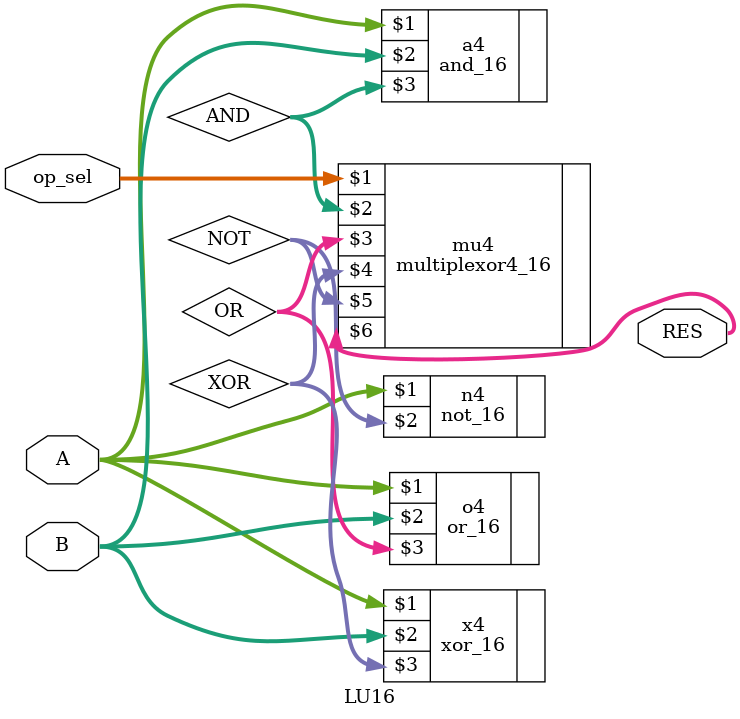
<source format=v>
module LU16(input [1:0] op_sel,input [15:0] A,input [15:0] B,output [15:0] RES);
wire [15:0]AND;
wire [15:0]OR;
wire [15:0]XOR;
wire [15:0]NOT;
and_16 a4(A,B,AND);
or_16 o4(A,B,OR);
xor_16 x4(A,B,XOR);
not_16 n4(A,NOT);
multiplexor4_16 mu4(op_sel,AND,OR,XOR,NOT,RES);
endmodule
</source>
